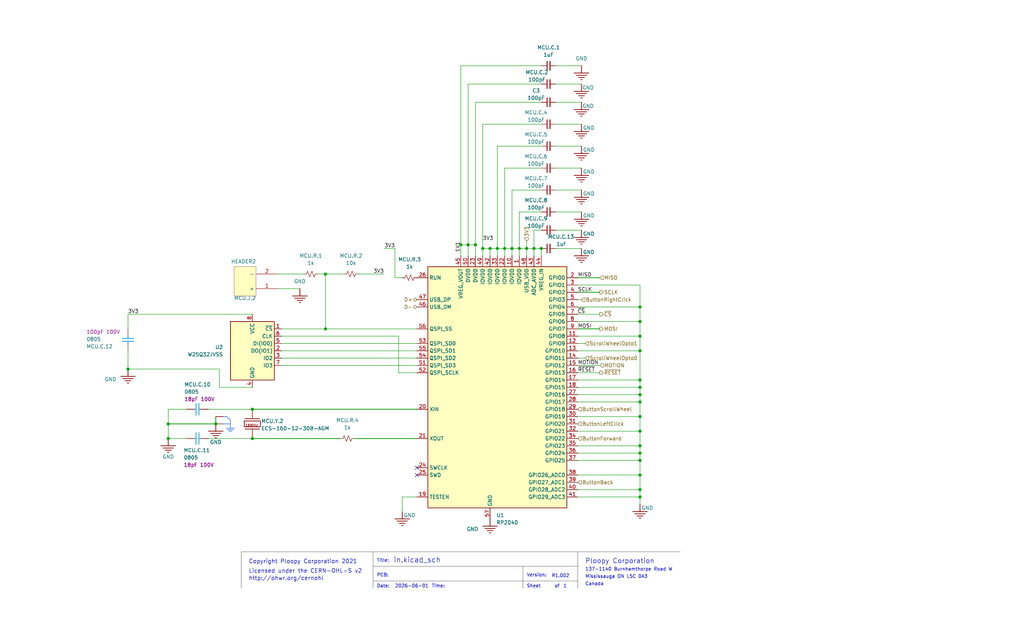
<source format=kicad_sch>
(kicad_sch (version 20231120) (generator "eeschema") (generator_version "8.0")
  (paper "USLegal")
  (title_block (rev "R1.002") (company "Ploopy Corporation"))
  (lib_symbols
    (symbol "Device:C_Small" (pin_numbers hide) (pin_names (offset 0.254) hide)
      (property "Reference" "C" (at 0.254 1.778 0))
      (property "Value" "C_Small" (at 0.254 -2.032 0))
      (symbol "C_Small_0_1"
        (polyline (pts (xy -1.524 -0.508) (xy 1.524 -0.508)) (stroke (width 0.3302)))
        (polyline (pts (xy -1.524 0.508) (xy 1.524 0.508)) (stroke (width 0.3048)))
      )
      (symbol "C_Small_1_1"
        (pin passive line (at 0 2.54 270) (length 2.032) (name "~") (number "1"))
        (pin passive line (at 0 -2.54 90) (length 2.032) (name "~") (number "2"))
      )
    )
    (symbol "Device:R_Small_US" (pin_numbers hide) (pin_names (offset 0.254) hide)
      (property "Reference" "R" (at 0.762 0.508 0))
      (property "Value" "R_Small_US" (at 0.762 -1.016 0))
      (symbol "R_Small_US_1_1"
        (polyline (pts (xy 0 0) (xy 1.016 -0.381) (xy 0 -0.762) (xy -1.016 -1.143) (xy 0 -1.524)))
        (polyline (pts (xy 0 1.524) (xy 1.016 1.143) (xy 0 0.762) (xy -1.016 0.381) (xy 0 0)))
        (pin passive line (at 0 2.54 270) (length 1.016) (name "~") (number "1"))
        (pin passive line (at 0 -2.54 90) (length 1.016) (name "~") (number "2"))
      )
    )
    (symbol "MCU_RaspberryPi:RP2040"
      (property "Reference" "U1" (at 2.1941 -44.45 0))
      (property "Value" "RP2040" (at 2.1941 -46.99 0))
      (symbol "RP2040_0_1"
        (rectangle (start -21.59 41.91) (end 26.67 -41.91) (stroke (width 0.254)) (fill (type background)))
      )
      (symbol "RP2040_1_1"
        (pin power_in line (at 10.16 45.72 270) (length 3.81) (name "IOVDD") (number "1"))
        (pin passive line (at 7.62 45.72 270) (length 3.81) (name "IOVDD") (number "10"))
        (pin bidirectional line (at 30.48 17.78 180) (length 3.81) (name "GPIO8") (number "11"))
        (pin bidirectional line (at 30.48 15.24 180) (length 3.81) (name "GPIO9") (number "12"))
        (pin bidirectional line (at 30.48 12.7 180) (length 3.81) (name "GPIO10") (number "13"))
        (pin bidirectional line (at 30.48 10.16 180) (length 3.81) (name "GPIO11") (number "14"))
        (pin bidirectional line (at 30.48 7.62 180) (length 3.81) (name "GPIO12") (number "15"))
        (pin bidirectional line (at 30.48 5.08 180) (length 3.81) (name "GPIO13") (number "16"))
        (pin bidirectional line (at 30.48 2.54 180) (length 3.81) (name "GPIO14") (number "17"))
        (pin bidirectional line (at 30.48 0 180) (length 3.81) (name "GPIO15") (number "18"))
        (pin input line (at -25.4 -38.1 0) (length 3.81) (name "TESTEN") (number "19"))
        (pin bidirectional line (at 30.48 38.1 180) (length 3.81) (name "GPIO0") (number "2"))
        (pin input line (at -25.4 -7.62 0) (length 3.81) (name "XIN") (number "20"))
        (pin passive line (at -25.4 -17.78 0) (length 3.81) (name "XOUT") (number "21"))
        (pin passive line (at 5.08 45.72 270) (length 3.81) (name "IOVDD") (number "22"))
        (pin power_in line (at -5.08 45.72 270) (length 3.81) (name "DVDD") (number "23"))
        (pin input line (at -25.4 -27.94 0) (length 3.81) (name "SWCLK") (number "24"))
        (pin bidirectional line (at -25.4 -30.48 0) (length 3.81) (name "SWD") (number "25"))
        (pin input line (at -25.4 38.1 0) (length 3.81) (name "RUN") (number "26"))
        (pin bidirectional line (at 30.48 -2.54 180) (length 3.81) (name "GPIO16") (number "27"))
        (pin bidirectional line (at 30.48 -5.08 180) (length 3.81) (name "GPIO17") (number "28"))
        (pin bidirectional line (at 30.48 -7.62 180) (length 3.81) (name "GPIO18") (number "29"))
        (pin bidirectional line (at 30.48 35.56 180) (length 3.81) (name "GPIO1") (number "3"))
        (pin bidirectional line (at 30.48 -10.16 180) (length 3.81) (name "GPIO19") (number "30"))
        (pin bidirectional line (at 30.48 -12.7 180) (length 3.81) (name "GPIO20") (number "31"))
        (pin bidirectional line (at 30.48 -15.24 180) (length 3.81) (name "GPIO21") (number "32"))
        (pin passive line (at 2.54 45.72 270) (length 3.81) (name "IOVDD") (number "33"))
        (pin bidirectional line (at 30.48 -17.78 180) (length 3.81) (name "GPIO22") (number "34"))
        (pin bidirectional line (at 30.48 -20.32 180) (length 3.81) (name "GPIO23") (number "35"))
        (pin bidirectional line (at 30.48 -22.86 180) (length 3.81) (name "GPIO24") (number "36"))
        (pin bidirectional line (at 30.48 -25.4 180) (length 3.81) (name "GPIO25") (number "37"))
        (pin bidirectional line (at 30.48 -30.48 180) (length 3.81) (name "GPIO26_ADC0") (number "38"))
        (pin bidirectional line (at 30.48 -33.02 180) (length 3.81) (name "GPIO27_ADC1") (number "39"))
        (pin bidirectional line (at 30.48 33.02 180) (length 3.81) (name "GPIO2") (number "4"))
        (pin bidirectional line (at 30.48 -35.56 180) (length 3.81) (name "GPIO28_ADC2") (number "40"))
        (pin bidirectional line (at 30.48 -38.1 180) (length 3.81) (name "GPIO29_ADC3") (number "41"))
        (pin passive line (at 0 45.72 270) (length 3.81) (name "IOVDD") (number "42"))
        (pin power_in line (at 15.24 45.72 270) (length 3.81) (name "ADC_AVDD") (number "43"))
        (pin power_in line (at 17.78 45.72 270) (length 3.81) (name "VREG_IN") (number "44"))
        (pin power_out line (at -10.16 45.72 270) (length 3.81) (name "VREG_VOUT") (number "45"))
        (pin bidirectional line (at -25.4 27.94 0) (length 3.81) (name "USB_DM") (number "46"))
        (pin bidirectional line (at -25.4 30.48 0) (length 3.81) (name "USB_DP") (number "47"))
        (pin power_in line (at 12.7 45.72 270) (length 3.81) (name "USB_VDD") (number "48"))
        (pin passive line (at -2.54 45.72 270) (length 3.81) (name "IOVDD") (number "49"))
        (pin bidirectional line (at 30.48 30.48 180) (length 3.81) (name "GPIO3") (number "5"))
        (pin passive line (at -7.62 45.72 270) (length 3.81) (name "DVDD") (number "50"))
        (pin bidirectional line (at -25.4 7.62 0) (length 3.81) (name "QSPI_SD3") (number "51"))
        (pin output line (at -25.4 5.08 0) (length 3.81) (name "QSPI_SCLK") (number "52"))
        (pin bidirectional line (at -25.4 15.24 0) (length 3.81) (name "QSPI_SD0") (number "53"))
        (pin bidirectional line (at -25.4 10.16 0) (length 3.81) (name "QSPI_SD2") (number "54"))
        (pin bidirectional line (at -25.4 12.7 0) (length 3.81) (name "QSPI_SD1") (number "55"))
        (pin bidirectional line (at -25.4 20.32 0) (length 3.81) (name "QSPI_SS") (number "56"))
        (pin power_in line (at 0 -45.72 90) (length 3.81) (name "GND") (number "57"))
        (pin bidirectional line (at 30.48 27.94 180) (length 3.81) (name "GPIO4") (number "6"))
        (pin bidirectional line (at 30.48 25.4 180) (length 3.81) (name "GPIO5") (number "7"))
        (pin bidirectional line (at 30.48 22.86 180) (length 3.81) (name "GPIO6") (number "8"))
        (pin bidirectional line (at 30.48 20.32 180) (length 3.81) (name "GPIO7") (number "9"))
      )
    )
    (symbol "Memory_Flash:W25Q32JVSS"
      (property "Reference" "U" (at -6.35 11.43 0))
      (property "Value" "W25Q32JVSS" (at 7.62 11.43 0))
      (symbol "W25Q32JVSS_0_1"
        (rectangle (start -7.62 10.16) (end 7.62 -10.16) (stroke (width 0.254)) (fill (type background)))
      )
      (symbol "W25Q32JVSS_1_1"
        (pin input line (at -10.16 7.62 0) (length 2.54) (name "~{CS}") (number "1"))
        (pin bidirectional line (at -10.16 0 0) (length 2.54) (name "DO(IO1)") (number "2"))
        (pin bidirectional line (at -10.16 -2.54 0) (length 2.54) (name "IO2") (number "3"))
        (pin power_in line (at 0 -12.7 90) (length 2.54) (name "GND") (number "4"))
        (pin bidirectional line (at -10.16 2.54 0) (length 2.54) (name "DI(IO0)") (number "5"))
        (pin input line (at -10.16 5.08 0) (length 2.54) (name "CLK") (number "6"))
        (pin bidirectional line (at -10.16 -5.08 0) (length 2.54) (name "IO3") (number "7"))
        (pin power_in line (at 0 12.7 270) (length 2.54) (name "VCC") (number "8"))
      )
    )
    (symbol "Mini-altium-import:GND_POWER_GROUND" (power)
      (property "Reference" "#PWR" (at 0 0 0))
      (property "Value" "GND" (at 0 6.35 0))
      (symbol "GND_POWER_GROUND_0_0"
        (polyline (pts (xy -2.54 -2.54) (xy 2.54 -2.54)) (stroke (width 0.254)))
        (polyline (pts (xy -1.778 -3.302) (xy 1.778 -3.302)) (stroke (width 0.254)))
        (polyline (pts (xy -1.016 -4.064) (xy 1.016 -4.064)) (stroke (width 0.254)))
        (polyline (pts (xy -0.254 -4.826) (xy 0.254 -4.826)) (stroke (width 0.254)))
        (polyline (pts (xy 0 0) (xy 0 -2.54)) (stroke (width 0.254)))
        (pin power_in line (at 0 0 0) (length 0) hide (name "GND") (number ""))
      )
    )
    (symbol "Mini-altium-import:MCU_0_ECS-160-12-30B-AGM"
      (symbol "MCU_0_ECS-160-12-30B-AGM_1_0"
        (polyline (pts (xy -7.62 2.54) (xy -6.35 2.54)) (stroke (width 0.254) (color 74 134 232 1)))
        (polyline (pts (xy -6.35 2.54) (xy -5.08 1.27)) (stroke (width 0.254) (color 74 134 232 1)))
        (polyline (pts (xy -5.08 1.27) (xy -5.08 0)) (stroke (width 0.254) (color 74 134 232 1)))
        (polyline (pts (xy -4.572 -2.54) (xy -5.588 -2.54)) (stroke (width 0.254) (color 74 134 232 1)))
        (polyline (pts (xy -4.064 -2.032) (xy -6.096 -2.032)) (stroke (width 0.254) (color 74 134 232 1)))
        (polyline (pts (xy -3.556 -1.524) (xy -6.604 -1.524)) (stroke (width 0.254) (color 74 134 232 1)))
        (polyline (pts (xy 0 -1.778) (xy 5.08 -1.778)) (stroke (width 0.254)))
        (polyline (pts (xy 5.08 1.778) (xy 0 1.778)) (stroke (width 0.254)))
        (polyline (pts (xy -7.62 0) (xy -5.08 0) (xy -5.08 -1.524)) (stroke (width 0.254) (color 74 134 232 1)))
        (polyline (pts (xy 0 -1.016) (xy -0.254 -1.016) (xy -0.254 1.016) (xy 5.334 1.016) (xy 5.334 -1.016) (xy 0 -1.016)) (stroke (width 0.254)))
        (text "16MHz" (at 0 -1.016 0) (effects (font (size 0.889 0.889)) (justify left bottom)))
        (pin passive line (at 2.54 5.08 270) (length 3.175) (name "1") (number "1"))
        (pin passive line (at -10.16 0 0) (length 2.54) (name "2") (number "2"))
        (pin passive line (at 2.54 -5.08 90) (length 3.175) (name "3") (number "3"))
        (pin passive line (at -10.16 2.54 0) (length 2.54) (name "4") (number "4"))
      )
    )
    (symbol "Mini-altium-import:MCU_0_HEADER2"
      (symbol "MCU_0_HEADER2_1_0"
        (rectangle (start 5.08 5.08) (end -2.54 -5.08) (stroke (width 0.0254) (color 128 0 0 1)) (fill (type background)))
        (pin passive line (at -10.16 2.54 0) (length 7.62) (name "+") (number "1"))
        (pin passive line (at -10.16 -2.54 0) (length 7.62) (name "-") (number "2"))
      )
    )
    (symbol "Mini-altium-import:MCU_1_Cap 0.1uF 100V"
      (symbol "MCU_1_Cap 0.1uF 100V_1_0"
        (polyline (pts (xy 0.508 0.762) (xy 4.572 0.762)) (stroke (width 0.254) (color 0 156 202 1)))
        (polyline (pts (xy 0.508 1.778) (xy 4.572 1.778)) (stroke (width 0.254) (color 0 156 202 1)))
        (polyline (pts (xy 2.54 0) (xy 2.54 0.762)) (stroke (width 0.254) (color 0 156 202 1)))
        (polyline (pts (xy 2.54 2.54) (xy 2.54 1.778)) (stroke (width 0.254) (color 0 156 202 1)))
        (pin passive line (at 2.54 -2.54 90) (length 2.54) (name "1") (number "1"))
        (pin passive line (at 2.54 5.08 270) (length 2.54) (name "2") (number "2"))
      )
    )
  )
  (junction (at 222.25 106.68))
  (junction (at 187.96 86.36))
  (junction (at 222.25 116.84))
  (junction (at 222.25 137.16))
  (junction (at 113.03 95.25))
  (junction (at 222.25 160.02))
  (junction (at 222.25 154.94))
  (junction (at 74.93 147.32))
  (junction (at 222.25 149.86))
  (junction (at 177.8 86.36))
  (junction (at 182.88 86.36))
  (junction (at 185.42 86.36))
  (junction (at 222.25 132.08))
  (junction (at 222.25 111.76))
  (junction (at 58.42 152.4))
  (junction (at 170.18 86.36))
  (junction (at 44.45 128.27))
  (junction (at 58.42 147.32))
  (junction (at 160.02 85.09))
  (junction (at 222.25 121.92))
  (junction (at 222.25 170.18))
  (junction (at 162.56 85.09))
  (junction (at 222.25 134.62))
  (junction (at 172.72 86.36))
  (junction (at 87.63 142.24))
  (junction (at 222.25 139.7))
  (junction (at 222.25 165.1))
  (junction (at 167.64 86.36))
  (junction (at 222.25 157.48))
  (junction (at 165.1 85.09))
  (junction (at 175.26 86.36))
  (junction (at 222.25 144.78))
  (junction (at 87.63 152.4))
  (junction (at 222.25 172.72))
  (junction (at 113.03 114.3))
  (junction (at 180.34 86.36))
  (no_connect (at 144.78 162.56))
  (no_connect (at 144.78 165.1))
  (wire (pts (xy 177.8 86.36) (xy 180.34 86.36)))
  (wire (pts (xy 165.1 88.9) (xy 165.1 85.09)))
  (wire (pts (xy 160.02 22.86) (xy 187.96 22.86)))
  (wire (pts (xy 87.63 109.22) (xy 44.45 109.22)))
  (wire (pts (xy 170.18 86.36) (xy 172.72 86.36)))
  (polyline (pts (xy 129.54 191.77) (xy 83.82 191.77)) (stroke (width 0.0254) (type solid) (color 0 0 0 1)))
  (wire (pts (xy 137.16 86.36) (xy 137.16 96.52)))
  (wire (pts (xy 97.79 119.38) (xy 144.78 119.38)))
  (polyline (pts (xy 236.22 191.77) (xy 129.54 191.77)) (stroke (width 0.0254) (type solid) (color 0 0 0 1)))
  (polyline (pts (xy 181.61 196.85) (xy 181.61 204.47)) (stroke (width 0.0254) (type solid) (color 0 0 0 1)))
  (wire (pts (xy 200.66 109.22) (xy 208.28 109.22)))
  (wire (pts (xy 200.66 154.94) (xy 222.25 154.94)))
  (wire (pts (xy 177.8 66.04) (xy 187.96 66.04)))
  (wire (pts (xy 160.02 85.09) (xy 162.56 85.09)))
  (wire (pts (xy 193.04 73.66) (xy 201.93 73.66)))
  (wire (pts (xy 200.66 139.7) (xy 222.25 139.7)))
  (wire (pts (xy 177.8 66.04) (xy 177.8 86.36)))
  (wire (pts (xy 200.66 129.54) (xy 208.28 129.54)))
  (wire (pts (xy 187.96 58.42) (xy 175.26 58.42)))
  (wire (pts (xy 162.56 85.09) (xy 165.1 85.09)))
  (wire (pts (xy 160.02 85.09) (xy 160.02 88.9)))
  (wire (pts (xy 200.66 127) (xy 208.28 127)))
  (wire (pts (xy 58.42 147.32) (xy 58.42 152.4)))
  (wire (pts (xy 187.96 50.8) (xy 172.72 50.8)))
  (polyline (pts (xy 83.82 191.77) (xy 83.82 204.47)) (stroke (width 0.0254) (type solid) (color 0 0 0 1)))
  (wire (pts (xy 182.88 86.36) (xy 182.88 88.9)))
  (wire (pts (xy 200.66 114.3) (xy 208.28 114.3)) (stroke (width 0.254)))
  (wire (pts (xy 222.25 160.02) (xy 222.25 165.1)))
  (wire (pts (xy 203.2 124.46) (xy 200.66 124.46)))
  (wire (pts (xy 180.34 86.36) (xy 182.88 86.36)))
  (wire (pts (xy 177.8 86.36) (xy 177.8 88.9)))
  (wire (pts (xy 110.49 95.25) (xy 113.03 95.25)))
  (polyline (pts (xy 200.66 191.77) (xy 200.66 204.47)) (stroke (width 0.0254) (type solid) (color 0 0 0 1)))
  (wire (pts (xy 182.88 86.36) (xy 185.42 86.36)))
  (wire (pts (xy 167.64 43.18) (xy 167.64 86.36)))
  (wire (pts (xy 200.66 121.92) (xy 222.25 121.92)))
  (wire (pts (xy 175.26 58.42) (xy 175.26 86.36)))
  (wire (pts (xy 200.66 99.06) (xy 222.25 99.06)))
  (wire (pts (xy 138.43 116.84) (xy 138.43 129.54)))
  (wire (pts (xy 87.63 142.24) (xy 144.78 142.24)) (stroke (width 0.254)))
  (wire (pts (xy 222.25 134.62) (xy 222.25 137.16)))
  (wire (pts (xy 97.79 116.84) (xy 138.43 116.84)))
  (wire (pts (xy 74.93 147.32) (xy 74.93 144.78)) (stroke (width 0.254)))
  (wire (pts (xy 138.43 129.54) (xy 144.78 129.54)))
  (wire (pts (xy 193.04 86.36) (xy 201.93 86.36)))
  (wire (pts (xy 200.66 132.08) (xy 222.25 132.08)))
  (wire (pts (xy 87.63 152.4) (xy 118.11 152.4)) (stroke (width 0.254)))
  (wire (pts (xy 193.04 58.42) (xy 201.93 58.42)))
  (wire (pts (xy 167.64 86.36) (xy 167.64 88.9)))
  (wire (pts (xy 200.66 157.48) (xy 222.25 157.48)))
  (wire (pts (xy 139.7 172.72) (xy 144.78 172.72)))
  (wire (pts (xy 97.79 127) (xy 144.78 127)))
  (wire (pts (xy 180.34 73.66) (xy 180.34 86.36)))
  (wire (pts (xy 193.04 50.8) (xy 201.93 50.8)))
  (wire (pts (xy 200.66 144.78) (xy 222.25 144.78)))
  (wire (pts (xy 113.03 114.3) (xy 144.78 114.3)))
  (wire (pts (xy 160.02 22.86) (xy 160.02 85.09)))
  (wire (pts (xy 133.35 86.36) (xy 137.16 86.36)))
  (wire (pts (xy 170.18 88.9) (xy 170.18 86.36)))
  (wire (pts (xy 201.93 29.21) (xy 193.04 29.21)))
  (polyline (pts (xy 129.54 191.77) (xy 129.54 204.47)) (stroke (width 0.0254) (type solid) (color 0 0 0 1)))
  (wire (pts (xy 180.34 86.36) (xy 180.34 88.9)))
  (wire (pts (xy 201.93 22.86) (xy 193.04 22.86)))
  (wire (pts (xy 200.66 160.02) (xy 222.25 160.02)))
  (wire (pts (xy 76.2 134.62) (xy 76.2 128.27)))
  (wire (pts (xy 182.88 83.82) (xy 182.88 86.36)))
  (wire (pts (xy 201.93 35.56) (xy 193.04 35.56)))
  (wire (pts (xy 104.14 100.33) (xy 96.52 100.33)))
  (wire (pts (xy 200.66 106.68) (xy 222.25 106.68)))
  (wire (pts (xy 139.7 177.8) (xy 139.7 172.72)))
  (wire (pts (xy 175.26 86.36) (xy 175.26 88.9)))
  (wire (pts (xy 222.25 111.76) (xy 222.25 116.84)))
  (wire (pts (xy 44.45 121.92) (xy 44.45 128.27)))
  (wire (pts (xy 97.79 121.92) (xy 144.78 121.92)))
  (wire (pts (xy 58.42 142.24) (xy 64.77 142.24)))
  (wire (pts (xy 44.45 109.22) (xy 44.45 114.3)))
  (wire (pts (xy 58.42 147.32) (xy 74.93 147.32)) (stroke (width 0.254)))
  (wire (pts (xy 172.72 86.36) (xy 172.72 88.9)))
  (wire (pts (xy 200.66 111.76) (xy 222.25 111.76)))
  (wire (pts (xy 87.63 134.62) (xy 76.2 134.62)))
  (wire (pts (xy 175.26 86.36) (xy 177.8 86.36)))
  (wire (pts (xy 193.04 66.04) (xy 201.93 66.04)))
  (wire (pts (xy 162.56 88.9) (xy 162.56 85.09)))
  (wire (pts (xy 200.66 101.6) (xy 208.28 101.6)) (stroke (width 0.254)))
  (wire (pts (xy 222.25 165.1) (xy 222.25 170.18)))
  (wire (pts (xy 200.66 96.52) (xy 208.28 96.52)) (stroke (width 0.254)))
  (wire (pts (xy 222.25 172.72) (xy 222.25 175.26)))
  (wire (pts (xy 124.46 95.25) (xy 133.35 95.25)))
  (wire (pts (xy 172.72 86.36) (xy 175.26 86.36)))
  (wire (pts (xy 185.42 80.01) (xy 187.96 80.01)))
  (wire (pts (xy 113.03 95.25) (xy 113.03 114.3)))
  (wire (pts (xy 203.2 119.38) (xy 200.66 119.38)))
  (polyline (pts (xy 129.54 201.93) (xy 200.66 201.93)) (stroke (width 0.0254) (type solid) (color 0 0 0 1)))
  (wire (pts (xy 200.66 137.16) (xy 222.25 137.16)))
  (wire (pts (xy 172.72 50.8) (xy 172.72 86.36)))
  (wire (pts (xy 222.25 149.86) (xy 222.25 154.94)))
  (wire (pts (xy 222.25 137.16) (xy 222.25 139.7)))
  (wire (pts (xy 113.03 95.25) (xy 119.38 95.25)))
  (wire (pts (xy 97.79 114.3) (xy 113.03 114.3)))
  (wire (pts (xy 200.66 172.72) (xy 222.25 172.72)))
  (wire (pts (xy 162.56 29.21) (xy 187.96 29.21)))
  (wire (pts (xy 162.56 29.21) (xy 162.56 85.09)))
  (wire (pts (xy 222.25 170.18) (xy 222.25 172.72)))
  (wire (pts (xy 165.1 35.56) (xy 165.1 85.09)))
  (wire (pts (xy 185.42 88.9) (xy 185.42 86.36)))
  (wire (pts (xy 123.19 152.4) (xy 144.78 152.4)) (stroke (width 0.254)))
  (wire (pts (xy 185.42 86.36) (xy 185.42 80.01)))
  (wire (pts (xy 96.52 95.25) (xy 105.41 95.25)))
  (wire (pts (xy 201.93 104.14) (xy 200.66 104.14)))
  (wire (pts (xy 193.04 43.18) (xy 201.93 43.18)))
  (wire (pts (xy 200.66 116.84) (xy 222.25 116.84)))
  (wire (pts (xy 167.64 86.36) (xy 170.18 86.36)))
  (wire (pts (xy 200.66 170.18) (xy 222.25 170.18)))
  (wire (pts (xy 200.66 134.62) (xy 222.25 134.62)))
  (wire (pts (xy 187.96 43.18) (xy 167.64 43.18)))
  (wire (pts (xy 58.42 152.4) (xy 64.77 152.4)))
  (wire (pts (xy 139.7 96.52) (xy 137.16 96.52)))
  (wire (pts (xy 222.25 116.84) (xy 222.25 121.92)))
  (wire (pts (xy 193.04 80.01) (xy 201.93 80.01)))
  (wire (pts (xy 200.66 149.86) (xy 222.25 149.86)))
  (wire (pts (xy 97.79 124.46) (xy 144.78 124.46)))
  (wire (pts (xy 72.39 142.24) (xy 87.63 142.24)))
  (wire (pts (xy 187.96 86.36) (xy 187.96 88.9)))
  (wire (pts (xy 222.25 121.92) (xy 222.25 132.08)))
  (wire (pts (xy 76.2 128.27) (xy 44.45 128.27)))
  (wire (pts (xy 222.25 132.08) (xy 222.25 134.62)))
  (wire (pts (xy 200.66 165.1) (xy 222.25 165.1)))
  (wire (pts (xy 222.25 139.7) (xy 222.25 144.78)))
  (wire (pts (xy 222.25 144.78) (xy 222.25 149.86)))
  (wire (pts (xy 222.25 154.94) (xy 222.25 157.48)))
  (wire (pts (xy 165.1 35.56) (xy 187.96 35.56)))
  (wire (pts (xy 72.39 152.4) (xy 87.63 152.4)))
  (polyline (pts (xy 129.54 196.85) (xy 200.66 196.85)) (stroke (width 0.0254) (type solid) (color 0 0 0 1)))
  (wire (pts (xy 58.42 142.24) (xy 58.42 147.32)))
  (wire (pts (xy 222.25 106.68) (xy 222.25 111.76)))
  (wire (pts (xy 222.25 157.48) (xy 222.25 160.02)))
  (wire (pts (xy 185.42 86.36) (xy 187.96 86.36)))
  (wire (pts (xy 180.34 73.66) (xy 187.96 73.66)))
  (wire (pts (xy 222.25 99.06) (xy 222.25 106.68)))
  (text "Date:" (at 130.81 204.47 0) (effects (font (size 1.143 1.143)) (justify left bottom)))
  (text "${FILENAME}" (at 136.652 195.834 0) (effects (font (size 1.778 1.778)) (justify left bottom)))
  (text "of" (at 192.532 204.47 0) (effects (font (size 1.143 1.143)) (justify left bottom)))
  (text "Mississauga ON L5C 0A3" (at 203.2 201.168 0) (effects (font (size 1.143 1.143)) (justify left bottom)))
  (text "PCB:" (at 130.81 200.66 0) (effects (font (size 1.143 1.143)) (justify left bottom)))
  (text "Title:" (at 130.81 195.58 0) (effects (font (size 1.143 1.143)) (justify left bottom)))
  (text "${##}" (at 195.58 204.47 0) (effects (font (size 1.143 1.143)) (justify left bottom)))
  (text "Sheet" (at 182.88 204.47 0) (effects (font (size 1.143 1.143)) (justify left bottom)))
  (text "${CURRENT_DATE}" (at 137.16 204.47 0) (effects (font (size 1.143 1.143)) (justify left bottom)))
  (text "Time:" (at 149.86 204.47 0) (effects (font (size 1.143 1.143)) (justify left bottom)))
  (text "Version:" (at 182.88 200.66 0) (effects (font (size 1.143 1.143)) (justify left bottom)))
  (text "${REVISION}" (at 191.516 200.914 0) (effects (font (size 1.143 1.143)) (justify left bottom)))
  (text "137-1140 Burnhamthorpe Road W" (at 203.2 198.628 0) (effects (font (size 1.143 1.143)) (justify left bottom)))
  (text "Ploopy Corporation" (at 203.2 196.088 0) (effects (font (size 1.651 1.651)) (justify left bottom)))
  (text "Licensed under the CERN-OHL-S v2" (at 86.36 199.39 0) (effects (font (size 1.397 1.397)) (justify left bottom)))
  (text "${#}" (at 188.722 204.47 0) (effects (font (size 1.143 1.143)) (justify left bottom)))
  (text "${PROJECTNAME}" (at 136.652 200.914 0) (effects (font (size 1.651 1.651)) (justify left bottom)))
  (text "Canada" (at 203.2 203.708 0) (effects (font (size 1.143 1.143)) (justify left bottom)))
  (text "http://ohwr.org/cernohl" (at 86.36 201.93 0) (effects (font (size 1.397 1.397)) (justify left bottom)))
  (text "Copyright Ploopy Corporation 2021" (at 86.36 196.088 0) (effects (font (size 1.397 1.397)) (justify left bottom)))
  (label "MOSI" (at 200.66 114.3 0))
  (label "3V3" (at 44.45 109.22 0))
  (label "SCLK" (at 200.66 101.6 0))
  (label "MISO" (at 200.66 96.52 0))
  (label "3V3" (at 137.16 86.36 180))
  (label "MOTION" (at 200.66 127 0))
  (label "1V1" (at 160.02 87.63 90))
  (label "~{CS}" (at 203.2 109.22 180))
  (label "3V3" (at 167.64 83.82 0))
  (label "3V3" (at 133.35 95.25 180))
  (label "~{RESET}" (at 200.66 129.54 0))
  (hierarchical_label "ButtonForward" (shape input) (at 200.66 152.4 0))
  (hierarchical_label "~{CS}" (shape output) (at 208.28 109.22 0))
  (hierarchical_label "ButtonScrollWheel" (shape input) (at 200.66 142.24 0))
  (hierarchical_label "ButtonLeftClick" (shape input) (at 200.66 147.32 0))
  (hierarchical_label "ScrollWheelOpto1" (shape input) (at 203.2 119.38 0))
  (hierarchical_label "ScrollWheelOpto0" (shape input) (at 203.2 124.46 0))
  (hierarchical_label "3V3" (shape input) (at 182.88 83.82 90))
  (hierarchical_label "MOTION" (shape input) (at 208.28 127 0))
  (hierarchical_label "~{RESET}" (shape output) (at 208.28 129.54 0))
  (hierarchical_label "MISO" (shape input) (at 208.28 96.52 0))
  (hierarchical_label "SCLK" (shape output) (at 208.28 101.6 0))
  (hierarchical_label "MOSI" (shape output) (at 208.28 114.3 0))
  (hierarchical_label "ButtonRightClick" (shape input) (at 201.93 104.14 0))
  (hierarchical_label "D+" (shape bidirectional) (at 144.78 104.14 180))
  (hierarchical_label "D-" (shape bidirectional) (at 144.78 106.68 180))
  (hierarchical_label "ButtonBack" (shape input) (at 200.66 167.64 0))
  (symbol (lib_id "Device:R_Small_US") (at 142.24 96.52 90) (unit 1)
    (property "Reference" "MCU.R.3" (at 142.24 90.17 90))
    (property "Value" "1k" (at 142.24 92.71 90))
    (property "Footprint" "Chip_Passives.PcbLib:0805" (effects (hide yes)))
    (property "Description" "Resistor, small US symbol" (effects (hide yes)))
  )
  (symbol (lib_id "Mini-altium-import:MCU_1_Cap 0.1uF 100V") (at 67.31 139.7 270) (unit 1)
    (property "Reference" "MCU.C.10" (at 64.008 134.366 90) (effects (justify left bottom)))
    (property "Value" "0805" (at 64.008 136.906 90) (effects (justify left bottom)))
    (property "Footprint" "Chip_Passives.PcbLib:0805 - TALL" (effects (hide yes)))
    (property "SUPPLIER 1" "Digi-Key" (effects (hide yes)))
    (property "SUPPLIER PART NUMBER 1" "1276-6840-2-ND" (effects (hide yes)))
    (property "ALTIUM_VALUE" "18pF 100V" (at 64.008 139.446 90) (effects (justify left bottom)))
  )
  (symbol (lib_id "Device:C_Small") (at 190.5 73.66 90) (unit 1)
    (property "Reference" "MCU.C.8" (at 186.182 69.596 90))
    (property "Value" "100pF" (at 186.182 72.136 90))
    (property "Footprint" "Chip_Passives.PcbLib:0805" (effects (hide yes)))
    (property "Description" "Unpolarized capacitor, small symbol" (effects (hide yes)))
  )
  (symbol (lib_id "Mini-altium-import:MCU_0_ECS-160-12-30B-AGM") (at 85.09 147.32 0) (unit 1)
    (property "Reference" "MCU.Y.2" (at 90.678 147.066 0) (effects (justify left bottom)))
    (property "Value" "ECS-160-12-30B-AGM" (at 90.678 149.606 0) (effects (justify left bottom)))
    (property "Footprint" "Crystals.PcbLib:LFXTAL055663BULK" (effects (hide yes)))
    (property "SUPPLIER 1" "Digi-Key" (effects (hide yes)))
    (property "SUPPLIER 2" "Mouser" (effects (hide yes)))
    (property "SUPPLIER PART NUMBER 1" "XC2686CT-ND" (effects (hide yes)))
    (property "SUPPLIER PART NUMBER 2" "520-160-12-30B-AGMT" (effects (hide yes)))
  )
  (symbol (lib_id "Memory_Flash:W25Q32JVSS") (at 87.63 121.92 0) (mirror y) (unit 1)
    (property "Reference" "U2" (at 77.47 120.6499 0) (effects (justify left)))
    (property "Value" "W25Q32JVSS" (at 77.47 123.1899 0) (effects (justify left)))
    (property "Footprint" "Package_SO:SOIC-8_5.23x5.23mm_P1.27mm" (effects (hide yes)))
    (property "Datasheet" "http://www.winbond.com/resource-files/w25q32jv%20revg%2003272018%20plus.pdf" (effects (hide yes)))
    (property "Description" "32Mb Serial Flash Memory, Standard/Dual/Quad SPI, SOIC-8" (effects (hide yes)))
  )
  (symbol (lib_id "Mini-altium-import:GND_POWER_GROUND") (at 201.93 58.42 0) (unit 1)
    (property "Reference" "#PWR026" (effects (hide yes)))
    (property "Value" "GND" (at 204.47 59.69 0))
    (property "Description" "Power symbol creates a global label with name 'GND'" (effects (hide yes)))
  )
  (symbol (lib_id "Device:R_Small_US") (at 120.65 152.4 90) (unit 1)
    (property "Reference" "MCU.R.4" (at 120.65 146.05 90))
    (property "Value" "1k" (at 120.65 148.59 90))
    (property "Footprint" "Chip_Passives.PcbLib:0805" (effects (hide yes)))
    (property "Description" "Resistor, small US symbol" (effects (hide yes)))
  )
  (symbol (lib_id "Device:C_Small") (at 190.5 43.18 90) (unit 1)
    (property "Reference" "MCU.C.4" (at 186.182 39.116 90))
    (property "Value" "100pF" (at 186.182 41.656 90))
    (property "Footprint" "Chip_Passives.PcbLib:0805" (effects (hide yes)))
    (property "Description" "Unpolarized capacitor, small symbol" (effects (hide yes)))
  )
  (symbol (lib_id "Mini-altium-import:MCU_1_Cap 0.1uF 100V") (at 67.31 149.86 270) (unit 1)
    (property "Reference" "MCU.C.11" (at 63.754 157.226 90) (effects (justify left bottom)))
    (property "Value" "0805" (at 63.754 159.766 90) (effects (justify left bottom)))
    (property "Footprint" "Chip_Passives.PcbLib:0805 - TALL" (effects (hide yes)))
    (property "SUPPLIER 1" "Digi-Key" (effects (hide yes)))
    (property "SUPPLIER PART NUMBER 1" "1276-6840-2-ND" (effects (hide yes)))
    (property "ALTIUM_VALUE" "18pF 100V" (at 63.754 162.306 90) (effects (justify left bottom)))
  )
  (symbol (lib_id "Device:R_Small_US") (at 121.92 95.25 90) (unit 1)
    (property "Reference" "MCU.R.2" (at 121.92 88.9 90))
    (property "Value" "10k" (at 121.92 91.44 90))
    (property "Footprint" "Chip_Passives.PcbLib:0805" (effects (hide yes)))
    (property "Description" "Resistor, small US symbol" (effects (hide yes)))
  )
  (symbol (lib_id "Device:C_Small") (at 190.5 22.86 90) (unit 1)
    (property "Reference" "MCU.C.1" (at 190.5063 16.51 90))
    (property "Value" "1uF" (at 190.5063 19.05 90))
    (property "Footprint" "Chip_Passives.PcbLib:0805" (effects (hide yes)))
    (property "Description" "Unpolarized capacitor, small symbol" (effects (hide yes)))
  )
  (symbol (lib_id "Mini-altium-import:GND_POWER_GROUND") (at 201.93 73.66 0) (unit 1)
    (property "Reference" "#PWR028" (effects (hide yes)))
    (property "Value" "GND" (at 204.47 74.93 0))
    (property "Description" "Power symbol creates a global label with name 'GND'" (effects (hide yes)))
  )
  (symbol (lib_id "Device:C_Small") (at 190.5 50.8 90) (unit 1)
    (property "Reference" "MCU.C.5" (at 186.182 46.736 90))
    (property "Value" "100pF" (at 186.182 49.276 90))
    (property "Footprint" "Chip_Passives.PcbLib:0805" (effects (hide yes)))
    (property "Description" "Unpolarized capacitor, small symbol" (effects (hide yes)))
  )
  (symbol (lib_id "Mini-altium-import:GND_POWER_GROUND") (at 170.18 180.34 0) (unit 1)
    (property "Reference" "#PWR019" (effects (hide yes)))
    (property "Value" "GND" (at 164.084 183.896 0))
    (property "Description" "Power symbol creates a global label with name 'GND'" (effects (hide yes)))
  )
  (symbol (lib_id "Device:C_Small") (at 190.5 86.36 90) (unit 1)
    (property "Reference" "MCU.C.13" (at 194.818 82.296 90))
    (property "Value" "1uf" (at 194.818 84.836 90))
    (property "Footprint" "Chip_Passives.PcbLib:0805" (effects (hide yes)))
    (property "Description" "Unpolarized capacitor, small symbol" (effects (hide yes)))
  )
  (symbol (lib_id "Mini-altium-import:GND_POWER_GROUND") (at 201.93 80.01 0) (unit 1)
    (property "Reference" "#PWR024" (effects (hide yes)))
    (property "Value" "GND" (at 204.47 81.28 0))
    (property "Description" "Power symbol creates a global label with name 'GND'" (effects (hide yes)))
  )
  (symbol (lib_id "MCU_RaspberryPi:RP2040") (at 170.18 134.62 0) (unit 1)
    (property "Reference" "U1" (at 172.3741 179.07 0) (effects (justify left)))
    (property "Value" "RP2040" (at 172.3741 181.61 0) (effects (justify left)))
    (property "Footprint" "Package_DFN_QFN:QFN-56-1EP_7x7mm_P0.4mm_EP3.2x3.2mm" (effects (hide yes)))
    (property "Datasheet" "https://datasheets.raspberrypi.com/rp2040/rp2040-datasheet.pdf" (effects (hide yes)))
    (property "Description" "A microcontroller by Raspberry Pi" (effects (hide yes)))
  )
  (symbol (lib_id "Device:C_Small") (at 190.5 29.21 90) (unit 1)
    (property "Reference" "MCU.C.2" (at 186.436 25.146 90))
    (property "Value" "100pF" (at 186.436 27.686 90))
    (property "Footprint" "Chip_Passives.PcbLib:0805" (effects (hide yes)))
    (property "Description" "Unpolarized capacitor, small symbol" (effects (hide yes)))
  )
  (symbol (lib_id "Mini-altium-import:MCU_0_HEADER2") (at 86.36 97.79 180) (unit 1)
    (property "Reference" "MCU.J.2" (at 88.9 102.87 0) (effects (justify left bottom)))
    (property "Value" "HEADER2" (at 88.9 90.17 0) (effects (justify left bottom)))
    (property "Footprint" "Connectors.PcbLib:2x1" (effects (hide yes)))
    (property "SUPPLIER 1" "Mouser" (effects (hide yes)))
    (property "SUPPLIER PART NUMBER 1" "855-M20-9990245" (effects (hide yes)))
    (property "SUPPLIER 2" "Digi-Key" (effects (hide yes)))
    (property "SUPPLIER PART NUMBER 2" "952-2261-ND" (effects (hide yes)))
  )
  (symbol (lib_id "Mini-altium-import:GND_POWER_GROUND") (at 201.93 43.18 0) (unit 1)
    (property "Reference" "#PWR023" (effects (hide yes)))
    (property "Value" "GND" (at 204.47 44.45 0))
    (property "Description" "Power symbol creates a global label with name 'GND'" (effects (hide yes)))
  )
  (symbol (lib_id "Mini-altium-import:GND_POWER_GROUND") (at 201.93 66.04 0) (unit 1)
    (property "Reference" "#PWR027" (effects (hide yes)))
    (property "Value" "GND" (at 204.47 67.31 0))
    (property "Description" "Power symbol creates a global label with name 'GND'" (effects (hide yes)))
  )
  (symbol (lib_id "Mini-altium-import:GND_POWER_GROUND") (at 44.45 128.27 0) (unit 1)
    (property "Reference" "#PWR017" (effects (hide yes)))
    (property "Value" "GND" (at 38.354 131.826 0))
    (property "Description" "Power symbol creates a global label with name 'GND'" (effects (hide yes)))
  )
  (symbol (lib_id "Mini-altium-import:GND_POWER_GROUND") (at 58.42 152.4 0) (unit 1)
    (property "Reference" "#PWR018" (effects (hide yes)))
    (property "Value" "GND" (at 58.42 158.75 0))
  )
  (symbol (lib_id "Mini-altium-import:GND_POWER_GROUND") (at 104.14 100.33 0) (unit 1)
    (property "Reference" "#PWR013" (effects (hide yes)))
    (property "Value" "GND" (at 104.14 97.79 0))
    (property "Description" "Power symbol creates a global label with name 'GND'" (effects (hide yes)))
  )
  (symbol (lib_id "Device:C_Small") (at 190.5 58.42 90) (unit 1)
    (property "Reference" "MCU.C.6" (at 186.182 54.356 90))
    (property "Value" "100pF" (at 186.182 56.896 90))
    (property "Footprint" "Chip_Passives.PcbLib:0805" (effects (hide yes)))
    (property "Description" "Unpolarized capacitor, small symbol" (effects (hide yes)))
  )
  (symbol (lib_id "Mini-altium-import:GND_POWER_GROUND") (at 139.7 177.8 0) (unit 1)
    (property "Reference" "#PWR031" (effects (hide yes)))
    (property "Value" "GND" (at 142.24 179.07 0))
    (property "Description" "Power symbol creates a global label with name 'GND'" (effects (hide yes)))
  )
  (symbol (lib_id "Device:C_Small") (at 190.5 66.04 90) (unit 1)
    (property "Reference" "MCU.C.7" (at 186.182 61.976 90))
    (property "Value" "100pF" (at 186.182 64.516 90))
    (property "Footprint" "Chip_Passives.PcbLib:0805" (effects (hide yes)))
    (property "Description" "Unpolarized capacitor, small symbol" (effects (hide yes)))
  )
  (symbol (lib_id "Mini-altium-import:GND_POWER_GROUND") (at 201.93 50.8 0) (unit 1)
    (property "Reference" "#PWR025" (effects (hide yes)))
    (property "Value" "GND" (at 204.47 52.07 0))
    (property "Description" "Power symbol creates a global label with name 'GND'" (effects (hide yes)))
  )
  (symbol (lib_id "Mini-altium-import:GND_POWER_GROUND") (at 201.93 29.21 0) (unit 1)
    (property "Reference" "#PWR020" (effects (hide yes)))
    (property "Value" "GND" (at 204.216 30.48 0))
    (property "Description" "Power symbol creates a global label with name 'GND'" (effects (hide yes)))
  )
  (symbol (lib_id "Mini-altium-import:GND_POWER_GROUND") (at 201.93 86.36 0) (unit 1)
    (property "Reference" "#PWR029" (effects (hide yes)))
    (property "Value" "GND" (at 204.47 87.63 0))
    (property "Description" "Power symbol creates a global label with name 'GND'" (effects (hide yes)))
  )
  (symbol (lib_id "Mini-altium-import:GND_POWER_GROUND") (at 201.93 35.56 0) (unit 1)
    (property "Reference" "#PWR022" (effects (hide yes)))
    (property "Value" "GND" (at 204.216 36.83 0))
    (property "Description" "Power symbol creates a global label with name 'GND'" (effects (hide yes)))
  )
  (symbol (lib_id "Device:C_Small") (at 190.5 35.56 90) (unit 1)
    (property "Reference" "C3" (at 186.182 31.496 90))
    (property "Value" "100pF" (at 186.182 34.036 90))
    (property "Footprint" "Chip_Passives.PcbLib:0805" (effects (hide yes)))
    (property "Description" "Unpolarized capacitor, small symbol" (effects (hide yes)))
  )
  (symbol (lib_id "Device:C_Small") (at 190.5 80.01 90) (unit 1)
    (property "Reference" "MCU.C.9" (at 186.182 75.946 90))
    (property "Value" "100pF" (at 186.182 78.486 90))
    (property "Footprint" "Chip_Passives.PcbLib:0805" (effects (hide yes)))
    (property "Description" "Unpolarized capacitor, small symbol" (effects (hide yes)))
  )
  (symbol (lib_id "Mini-altium-import:GND_POWER_GROUND") (at 201.93 22.86 0) (unit 1)
    (property "Reference" "#PWR021" (effects (hide yes)))
    (property "Value" "GND" (at 201.93 20.32 0))
    (property "Description" "Power symbol creates a global label with name 'GND'" (effects (hide yes)))
  )
  (symbol (lib_id "Mini-altium-import:GND_POWER_GROUND") (at 74.93 147.32 0) (unit 1)
    (property "Reference" "#PWR016" (effects (hide yes)))
    (property "Value" "GND" (at 74.93 153.67 0))
  )
  (symbol (lib_id "Mini-altium-import:GND_POWER_GROUND") (at 222.25 175.26 0) (unit 1)
    (property "Reference" "#PWR030" (effects (hide yes)))
    (property "Value" "GND" (at 224.79 176.53 0))
    (property "Description" "Power symbol creates a global label with name 'GND'" (effects (hide yes)))
  )
  (symbol (lib_id "Device:R_Small_US") (at 107.95 95.25 90) (unit 1)
    (property "Reference" "MCU.R.1" (at 107.95 88.9 90))
    (property "Value" "1k" (at 107.95 91.44 90))
    (property "Footprint" "Chip_Passives.PcbLib:0805" (effects (hide yes)))
    (property "Description" "Resistor, small US symbol" (effects (hide yes)))
  )
  (symbol (lib_id "Mini-altium-import:MCU_1_Cap 0.1uF 100V") (at 41.91 119.38 0) (unit 1)
    (property "Reference" "MCU.C.12" (at 29.972 121.158 0) (effects (justify left bottom)))
    (property "Value" "0805" (at 29.972 118.618 0) (effects (justify left bottom)))
    (property "Footprint" "Chip_Passives.PcbLib:0805 - TALL" (effects (hide yes)))
    (property "SUPPLIER 1" "Digi-Key" (effects (hide yes)))
    (property "SUPPLIER PART NUMBER 1" "1276-6840-2-ND" (effects (hide yes)))
    (property "ALTIUM_VALUE" "100pF 100V" (at 29.972 116.078 0) (effects (justify left bottom)))
  )
)
</source>
